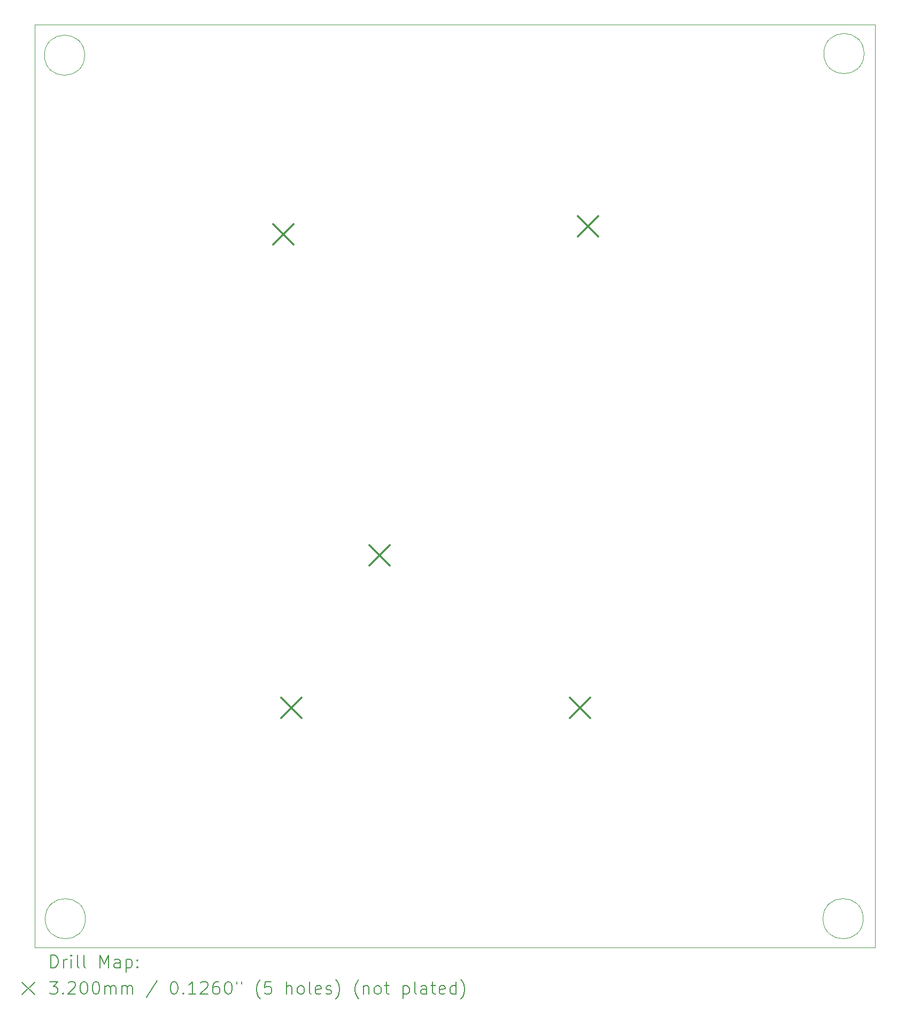
<source format=gbr>
%FSLAX45Y45*%
G04 Gerber Fmt 4.5, Leading zero omitted, Abs format (unit mm)*
G04 Created by KiCad (PCBNEW (6.0.6)) date 2023-03-10 11:55:56*
%MOMM*%
%LPD*%
G01*
G04 APERTURE LIST*
%TA.AperFunction,Profile*%
%ADD10C,0.100000*%
%TD*%
%ADD11C,0.200000*%
%ADD12C,0.320000*%
G04 APERTURE END LIST*
D10*
X3403600Y-16179800D02*
G75*
G03*
X3403600Y-16179800I-318261J0D01*
G01*
X15722600Y-16179800D02*
G75*
G03*
X15722600Y-16179800I-318261J0D01*
G01*
X2604150Y-2033500D02*
X15913750Y-2033500D01*
X15913750Y-2033500D02*
X15913750Y-16638500D01*
X15913750Y-16638500D02*
X2604150Y-16638500D01*
X2604150Y-16638500D02*
X2604150Y-2033500D01*
X15736061Y-2489200D02*
G75*
G03*
X15736061Y-2489200I-318261J0D01*
G01*
X3391661Y-2514600D02*
G75*
G03*
X3391661Y-2514600I-318261J0D01*
G01*
D11*
D12*
X6381150Y-5187700D02*
X6701150Y-5507700D01*
X6701150Y-5187700D02*
X6381150Y-5507700D01*
X6508150Y-12680700D02*
X6828150Y-13000700D01*
X6828150Y-12680700D02*
X6508150Y-13000700D01*
X7905150Y-10267700D02*
X8225150Y-10587700D01*
X8225150Y-10267700D02*
X7905150Y-10587700D01*
X11080150Y-12680700D02*
X11400150Y-13000700D01*
X11400150Y-12680700D02*
X11080150Y-13000700D01*
X11207150Y-5060700D02*
X11527150Y-5380700D01*
X11527150Y-5060700D02*
X11207150Y-5380700D01*
D11*
X2856769Y-16953976D02*
X2856769Y-16753976D01*
X2904388Y-16753976D01*
X2932959Y-16763500D01*
X2952007Y-16782548D01*
X2961531Y-16801595D01*
X2971055Y-16839690D01*
X2971055Y-16868262D01*
X2961531Y-16906357D01*
X2952007Y-16925405D01*
X2932959Y-16944452D01*
X2904388Y-16953976D01*
X2856769Y-16953976D01*
X3056769Y-16953976D02*
X3056769Y-16820643D01*
X3056769Y-16858738D02*
X3066293Y-16839690D01*
X3075817Y-16830167D01*
X3094864Y-16820643D01*
X3113912Y-16820643D01*
X3180578Y-16953976D02*
X3180578Y-16820643D01*
X3180578Y-16753976D02*
X3171055Y-16763500D01*
X3180578Y-16773024D01*
X3190102Y-16763500D01*
X3180578Y-16753976D01*
X3180578Y-16773024D01*
X3304388Y-16953976D02*
X3285340Y-16944452D01*
X3275817Y-16925405D01*
X3275817Y-16753976D01*
X3409150Y-16953976D02*
X3390102Y-16944452D01*
X3380578Y-16925405D01*
X3380578Y-16753976D01*
X3637721Y-16953976D02*
X3637721Y-16753976D01*
X3704388Y-16896833D01*
X3771055Y-16753976D01*
X3771055Y-16953976D01*
X3952007Y-16953976D02*
X3952007Y-16849214D01*
X3942483Y-16830167D01*
X3923436Y-16820643D01*
X3885340Y-16820643D01*
X3866293Y-16830167D01*
X3952007Y-16944452D02*
X3932959Y-16953976D01*
X3885340Y-16953976D01*
X3866293Y-16944452D01*
X3856769Y-16925405D01*
X3856769Y-16906357D01*
X3866293Y-16887310D01*
X3885340Y-16877786D01*
X3932959Y-16877786D01*
X3952007Y-16868262D01*
X4047245Y-16820643D02*
X4047245Y-17020643D01*
X4047245Y-16830167D02*
X4066293Y-16820643D01*
X4104388Y-16820643D01*
X4123436Y-16830167D01*
X4132959Y-16839690D01*
X4142483Y-16858738D01*
X4142483Y-16915881D01*
X4132959Y-16934929D01*
X4123436Y-16944452D01*
X4104388Y-16953976D01*
X4066293Y-16953976D01*
X4047245Y-16944452D01*
X4228198Y-16934929D02*
X4237721Y-16944452D01*
X4228198Y-16953976D01*
X4218674Y-16944452D01*
X4228198Y-16934929D01*
X4228198Y-16953976D01*
X4228198Y-16830167D02*
X4237721Y-16839690D01*
X4228198Y-16849214D01*
X4218674Y-16839690D01*
X4228198Y-16830167D01*
X4228198Y-16849214D01*
X2399150Y-17183500D02*
X2599150Y-17383500D01*
X2599150Y-17183500D02*
X2399150Y-17383500D01*
X2837721Y-17173976D02*
X2961531Y-17173976D01*
X2894864Y-17250167D01*
X2923436Y-17250167D01*
X2942483Y-17259690D01*
X2952007Y-17269214D01*
X2961531Y-17288262D01*
X2961531Y-17335881D01*
X2952007Y-17354929D01*
X2942483Y-17364452D01*
X2923436Y-17373976D01*
X2866293Y-17373976D01*
X2847245Y-17364452D01*
X2837721Y-17354929D01*
X3047245Y-17354929D02*
X3056769Y-17364452D01*
X3047245Y-17373976D01*
X3037721Y-17364452D01*
X3047245Y-17354929D01*
X3047245Y-17373976D01*
X3132959Y-17193024D02*
X3142483Y-17183500D01*
X3161531Y-17173976D01*
X3209150Y-17173976D01*
X3228198Y-17183500D01*
X3237721Y-17193024D01*
X3247245Y-17212071D01*
X3247245Y-17231119D01*
X3237721Y-17259690D01*
X3123436Y-17373976D01*
X3247245Y-17373976D01*
X3371055Y-17173976D02*
X3390102Y-17173976D01*
X3409150Y-17183500D01*
X3418674Y-17193024D01*
X3428198Y-17212071D01*
X3437721Y-17250167D01*
X3437721Y-17297786D01*
X3428198Y-17335881D01*
X3418674Y-17354929D01*
X3409150Y-17364452D01*
X3390102Y-17373976D01*
X3371055Y-17373976D01*
X3352007Y-17364452D01*
X3342483Y-17354929D01*
X3332959Y-17335881D01*
X3323436Y-17297786D01*
X3323436Y-17250167D01*
X3332959Y-17212071D01*
X3342483Y-17193024D01*
X3352007Y-17183500D01*
X3371055Y-17173976D01*
X3561531Y-17173976D02*
X3580578Y-17173976D01*
X3599626Y-17183500D01*
X3609150Y-17193024D01*
X3618674Y-17212071D01*
X3628198Y-17250167D01*
X3628198Y-17297786D01*
X3618674Y-17335881D01*
X3609150Y-17354929D01*
X3599626Y-17364452D01*
X3580578Y-17373976D01*
X3561531Y-17373976D01*
X3542483Y-17364452D01*
X3532959Y-17354929D01*
X3523436Y-17335881D01*
X3513912Y-17297786D01*
X3513912Y-17250167D01*
X3523436Y-17212071D01*
X3532959Y-17193024D01*
X3542483Y-17183500D01*
X3561531Y-17173976D01*
X3713912Y-17373976D02*
X3713912Y-17240643D01*
X3713912Y-17259690D02*
X3723436Y-17250167D01*
X3742483Y-17240643D01*
X3771055Y-17240643D01*
X3790102Y-17250167D01*
X3799626Y-17269214D01*
X3799626Y-17373976D01*
X3799626Y-17269214D02*
X3809150Y-17250167D01*
X3828198Y-17240643D01*
X3856769Y-17240643D01*
X3875817Y-17250167D01*
X3885340Y-17269214D01*
X3885340Y-17373976D01*
X3980578Y-17373976D02*
X3980578Y-17240643D01*
X3980578Y-17259690D02*
X3990102Y-17250167D01*
X4009150Y-17240643D01*
X4037721Y-17240643D01*
X4056769Y-17250167D01*
X4066293Y-17269214D01*
X4066293Y-17373976D01*
X4066293Y-17269214D02*
X4075817Y-17250167D01*
X4094864Y-17240643D01*
X4123436Y-17240643D01*
X4142483Y-17250167D01*
X4152007Y-17269214D01*
X4152007Y-17373976D01*
X4542483Y-17164452D02*
X4371055Y-17421595D01*
X4799626Y-17173976D02*
X4818674Y-17173976D01*
X4837721Y-17183500D01*
X4847245Y-17193024D01*
X4856769Y-17212071D01*
X4866293Y-17250167D01*
X4866293Y-17297786D01*
X4856769Y-17335881D01*
X4847245Y-17354929D01*
X4837721Y-17364452D01*
X4818674Y-17373976D01*
X4799626Y-17373976D01*
X4780579Y-17364452D01*
X4771055Y-17354929D01*
X4761531Y-17335881D01*
X4752007Y-17297786D01*
X4752007Y-17250167D01*
X4761531Y-17212071D01*
X4771055Y-17193024D01*
X4780579Y-17183500D01*
X4799626Y-17173976D01*
X4952007Y-17354929D02*
X4961531Y-17364452D01*
X4952007Y-17373976D01*
X4942483Y-17364452D01*
X4952007Y-17354929D01*
X4952007Y-17373976D01*
X5152007Y-17373976D02*
X5037721Y-17373976D01*
X5094864Y-17373976D02*
X5094864Y-17173976D01*
X5075817Y-17202548D01*
X5056769Y-17221595D01*
X5037721Y-17231119D01*
X5228198Y-17193024D02*
X5237721Y-17183500D01*
X5256769Y-17173976D01*
X5304388Y-17173976D01*
X5323436Y-17183500D01*
X5332960Y-17193024D01*
X5342483Y-17212071D01*
X5342483Y-17231119D01*
X5332960Y-17259690D01*
X5218674Y-17373976D01*
X5342483Y-17373976D01*
X5513912Y-17173976D02*
X5475817Y-17173976D01*
X5456769Y-17183500D01*
X5447245Y-17193024D01*
X5428198Y-17221595D01*
X5418674Y-17259690D01*
X5418674Y-17335881D01*
X5428198Y-17354929D01*
X5437721Y-17364452D01*
X5456769Y-17373976D01*
X5494864Y-17373976D01*
X5513912Y-17364452D01*
X5523436Y-17354929D01*
X5532960Y-17335881D01*
X5532960Y-17288262D01*
X5523436Y-17269214D01*
X5513912Y-17259690D01*
X5494864Y-17250167D01*
X5456769Y-17250167D01*
X5437721Y-17259690D01*
X5428198Y-17269214D01*
X5418674Y-17288262D01*
X5656769Y-17173976D02*
X5675817Y-17173976D01*
X5694864Y-17183500D01*
X5704388Y-17193024D01*
X5713912Y-17212071D01*
X5723436Y-17250167D01*
X5723436Y-17297786D01*
X5713912Y-17335881D01*
X5704388Y-17354929D01*
X5694864Y-17364452D01*
X5675817Y-17373976D01*
X5656769Y-17373976D01*
X5637721Y-17364452D01*
X5628198Y-17354929D01*
X5618674Y-17335881D01*
X5609150Y-17297786D01*
X5609150Y-17250167D01*
X5618674Y-17212071D01*
X5628198Y-17193024D01*
X5637721Y-17183500D01*
X5656769Y-17173976D01*
X5799626Y-17173976D02*
X5799626Y-17212071D01*
X5875817Y-17173976D02*
X5875817Y-17212071D01*
X6171055Y-17450167D02*
X6161531Y-17440643D01*
X6142483Y-17412071D01*
X6132959Y-17393024D01*
X6123436Y-17364452D01*
X6113912Y-17316833D01*
X6113912Y-17278738D01*
X6123436Y-17231119D01*
X6132959Y-17202548D01*
X6142483Y-17183500D01*
X6161531Y-17154929D01*
X6171055Y-17145405D01*
X6342483Y-17173976D02*
X6247245Y-17173976D01*
X6237721Y-17269214D01*
X6247245Y-17259690D01*
X6266293Y-17250167D01*
X6313912Y-17250167D01*
X6332959Y-17259690D01*
X6342483Y-17269214D01*
X6352007Y-17288262D01*
X6352007Y-17335881D01*
X6342483Y-17354929D01*
X6332959Y-17364452D01*
X6313912Y-17373976D01*
X6266293Y-17373976D01*
X6247245Y-17364452D01*
X6237721Y-17354929D01*
X6590102Y-17373976D02*
X6590102Y-17173976D01*
X6675817Y-17373976D02*
X6675817Y-17269214D01*
X6666293Y-17250167D01*
X6647245Y-17240643D01*
X6618674Y-17240643D01*
X6599626Y-17250167D01*
X6590102Y-17259690D01*
X6799626Y-17373976D02*
X6780578Y-17364452D01*
X6771055Y-17354929D01*
X6761531Y-17335881D01*
X6761531Y-17278738D01*
X6771055Y-17259690D01*
X6780578Y-17250167D01*
X6799626Y-17240643D01*
X6828198Y-17240643D01*
X6847245Y-17250167D01*
X6856769Y-17259690D01*
X6866293Y-17278738D01*
X6866293Y-17335881D01*
X6856769Y-17354929D01*
X6847245Y-17364452D01*
X6828198Y-17373976D01*
X6799626Y-17373976D01*
X6980578Y-17373976D02*
X6961531Y-17364452D01*
X6952007Y-17345405D01*
X6952007Y-17173976D01*
X7132959Y-17364452D02*
X7113912Y-17373976D01*
X7075817Y-17373976D01*
X7056769Y-17364452D01*
X7047245Y-17345405D01*
X7047245Y-17269214D01*
X7056769Y-17250167D01*
X7075817Y-17240643D01*
X7113912Y-17240643D01*
X7132959Y-17250167D01*
X7142483Y-17269214D01*
X7142483Y-17288262D01*
X7047245Y-17307310D01*
X7218674Y-17364452D02*
X7237721Y-17373976D01*
X7275817Y-17373976D01*
X7294864Y-17364452D01*
X7304388Y-17345405D01*
X7304388Y-17335881D01*
X7294864Y-17316833D01*
X7275817Y-17307310D01*
X7247245Y-17307310D01*
X7228198Y-17297786D01*
X7218674Y-17278738D01*
X7218674Y-17269214D01*
X7228198Y-17250167D01*
X7247245Y-17240643D01*
X7275817Y-17240643D01*
X7294864Y-17250167D01*
X7371055Y-17450167D02*
X7380578Y-17440643D01*
X7399626Y-17412071D01*
X7409150Y-17393024D01*
X7418674Y-17364452D01*
X7428198Y-17316833D01*
X7428198Y-17278738D01*
X7418674Y-17231119D01*
X7409150Y-17202548D01*
X7399626Y-17183500D01*
X7380578Y-17154929D01*
X7371055Y-17145405D01*
X7732959Y-17450167D02*
X7723436Y-17440643D01*
X7704388Y-17412071D01*
X7694864Y-17393024D01*
X7685340Y-17364452D01*
X7675817Y-17316833D01*
X7675817Y-17278738D01*
X7685340Y-17231119D01*
X7694864Y-17202548D01*
X7704388Y-17183500D01*
X7723436Y-17154929D01*
X7732959Y-17145405D01*
X7809150Y-17240643D02*
X7809150Y-17373976D01*
X7809150Y-17259690D02*
X7818674Y-17250167D01*
X7837721Y-17240643D01*
X7866293Y-17240643D01*
X7885340Y-17250167D01*
X7894864Y-17269214D01*
X7894864Y-17373976D01*
X8018674Y-17373976D02*
X7999626Y-17364452D01*
X7990102Y-17354929D01*
X7980578Y-17335881D01*
X7980578Y-17278738D01*
X7990102Y-17259690D01*
X7999626Y-17250167D01*
X8018674Y-17240643D01*
X8047245Y-17240643D01*
X8066293Y-17250167D01*
X8075817Y-17259690D01*
X8085340Y-17278738D01*
X8085340Y-17335881D01*
X8075817Y-17354929D01*
X8066293Y-17364452D01*
X8047245Y-17373976D01*
X8018674Y-17373976D01*
X8142483Y-17240643D02*
X8218674Y-17240643D01*
X8171055Y-17173976D02*
X8171055Y-17345405D01*
X8180578Y-17364452D01*
X8199626Y-17373976D01*
X8218674Y-17373976D01*
X8437721Y-17240643D02*
X8437721Y-17440643D01*
X8437721Y-17250167D02*
X8456769Y-17240643D01*
X8494864Y-17240643D01*
X8513912Y-17250167D01*
X8523436Y-17259690D01*
X8532960Y-17278738D01*
X8532960Y-17335881D01*
X8523436Y-17354929D01*
X8513912Y-17364452D01*
X8494864Y-17373976D01*
X8456769Y-17373976D01*
X8437721Y-17364452D01*
X8647245Y-17373976D02*
X8628198Y-17364452D01*
X8618674Y-17345405D01*
X8618674Y-17173976D01*
X8809150Y-17373976D02*
X8809150Y-17269214D01*
X8799626Y-17250167D01*
X8780579Y-17240643D01*
X8742483Y-17240643D01*
X8723436Y-17250167D01*
X8809150Y-17364452D02*
X8790102Y-17373976D01*
X8742483Y-17373976D01*
X8723436Y-17364452D01*
X8713912Y-17345405D01*
X8713912Y-17326357D01*
X8723436Y-17307310D01*
X8742483Y-17297786D01*
X8790102Y-17297786D01*
X8809150Y-17288262D01*
X8875817Y-17240643D02*
X8952007Y-17240643D01*
X8904388Y-17173976D02*
X8904388Y-17345405D01*
X8913912Y-17364452D01*
X8932960Y-17373976D01*
X8952007Y-17373976D01*
X9094864Y-17364452D02*
X9075817Y-17373976D01*
X9037721Y-17373976D01*
X9018674Y-17364452D01*
X9009150Y-17345405D01*
X9009150Y-17269214D01*
X9018674Y-17250167D01*
X9037721Y-17240643D01*
X9075817Y-17240643D01*
X9094864Y-17250167D01*
X9104388Y-17269214D01*
X9104388Y-17288262D01*
X9009150Y-17307310D01*
X9275817Y-17373976D02*
X9275817Y-17173976D01*
X9275817Y-17364452D02*
X9256769Y-17373976D01*
X9218674Y-17373976D01*
X9199626Y-17364452D01*
X9190102Y-17354929D01*
X9180579Y-17335881D01*
X9180579Y-17278738D01*
X9190102Y-17259690D01*
X9199626Y-17250167D01*
X9218674Y-17240643D01*
X9256769Y-17240643D01*
X9275817Y-17250167D01*
X9352007Y-17450167D02*
X9361531Y-17440643D01*
X9380579Y-17412071D01*
X9390102Y-17393024D01*
X9399626Y-17364452D01*
X9409150Y-17316833D01*
X9409150Y-17278738D01*
X9399626Y-17231119D01*
X9390102Y-17202548D01*
X9380579Y-17183500D01*
X9361531Y-17154929D01*
X9352007Y-17145405D01*
M02*

</source>
